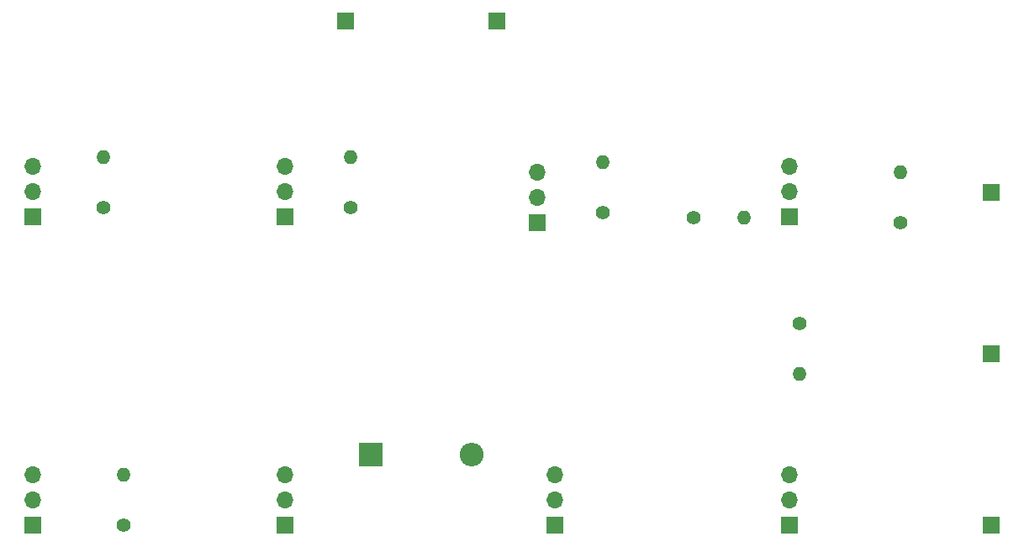
<source format=gbs>
%TF.GenerationSoftware,KiCad,Pcbnew,7.0.7*%
%TF.CreationDate,2023-12-20T15:38:10-07:00*%
%TF.ProjectId,Control Pilot PCB,436f6e74-726f-46c2-9050-696c6f742050,rev?*%
%TF.SameCoordinates,Original*%
%TF.FileFunction,Soldermask,Bot*%
%TF.FilePolarity,Negative*%
%FSLAX46Y46*%
G04 Gerber Fmt 4.6, Leading zero omitted, Abs format (unit mm)*
G04 Created by KiCad (PCBNEW 7.0.7) date 2023-12-20 15:38:10*
%MOMM*%
%LPD*%
G01*
G04 APERTURE LIST*
%ADD10R,1.700000X1.700000*%
%ADD11C,1.400000*%
%ADD12O,1.400000X1.400000*%
%ADD13O,1.700000X1.700000*%
%ADD14R,2.400000X2.400000*%
%ADD15O,2.400000X2.400000*%
G04 APERTURE END LIST*
D10*
%TO.C,J1*%
X163576000Y-103632000D03*
%TD*%
%TO.C,J5*%
X98552000Y-52832000D03*
%TD*%
D11*
%TO.C,R6*%
X144256000Y-83312000D03*
D12*
X144256000Y-88392000D03*
%TD*%
D11*
%TO.C,R4*%
X124460000Y-72120000D03*
D12*
X124460000Y-67040000D03*
%TD*%
D10*
%TO.C,SW4*%
X67056000Y-103632000D03*
D13*
X67056000Y-101092000D03*
X67056000Y-98552000D03*
%TD*%
D10*
%TO.C,SW1*%
X143256000Y-103632000D03*
D13*
X143256000Y-101092000D03*
X143256000Y-98552000D03*
%TD*%
D11*
%TO.C,R5*%
X154416000Y-73152000D03*
D12*
X154416000Y-68072000D03*
%TD*%
D10*
%TO.C,SW8*%
X67056000Y-72537000D03*
D13*
X67056000Y-69997000D03*
X67056000Y-67457000D03*
%TD*%
D11*
%TO.C,R7*%
X133588000Y-72644000D03*
D12*
X138668000Y-72644000D03*
%TD*%
D11*
%TO.C,R1*%
X76216000Y-103632000D03*
D12*
X76216000Y-98552000D03*
%TD*%
D10*
%TO.C,SW2*%
X119616000Y-103632000D03*
D13*
X119616000Y-101092000D03*
X119616000Y-98552000D03*
%TD*%
D10*
%TO.C,J4*%
X113792000Y-52832000D03*
%TD*%
D11*
%TO.C,R3*%
X99060000Y-71612000D03*
D12*
X99060000Y-66532000D03*
%TD*%
D10*
%TO.C,SW3*%
X92456000Y-103632000D03*
D13*
X92456000Y-101092000D03*
X92456000Y-98552000D03*
%TD*%
D10*
%TO.C,SW6*%
X117856000Y-73152000D03*
D13*
X117856000Y-70612000D03*
X117856000Y-68072000D03*
%TD*%
D10*
%TO.C,SW7*%
X92456000Y-72537000D03*
D13*
X92456000Y-69997000D03*
X92456000Y-67457000D03*
%TD*%
D10*
%TO.C,J2*%
X163576000Y-86360000D03*
%TD*%
%TO.C,J3*%
X163576000Y-70104000D03*
%TD*%
%TO.C,SW5*%
X143256000Y-72537000D03*
D13*
X143256000Y-69997000D03*
X143256000Y-67457000D03*
%TD*%
D14*
%TO.C,D1*%
X101092000Y-96520000D03*
D15*
X111252000Y-96520000D03*
%TD*%
D11*
%TO.C,R2*%
X74168000Y-71612000D03*
D12*
X74168000Y-66532000D03*
%TD*%
M02*

</source>
